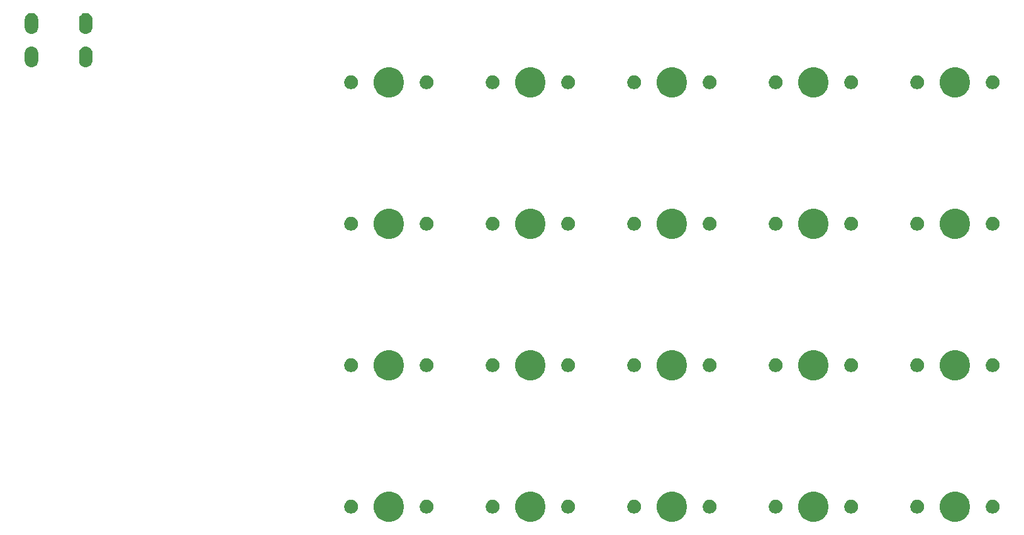
<source format=gts>
G04 #@! TF.GenerationSoftware,KiCad,Pcbnew,(5.1.4)-1*
G04 #@! TF.CreationDate,2023-03-06T13:27:41+02:00*
G04 #@! TF.ProjectId,Keyboard,4b657962-6f61-4726-942e-6b696361645f,rev?*
G04 #@! TF.SameCoordinates,Original*
G04 #@! TF.FileFunction,Soldermask,Top*
G04 #@! TF.FilePolarity,Negative*
%FSLAX46Y46*%
G04 Gerber Fmt 4.6, Leading zero omitted, Abs format (unit mm)*
G04 Created by KiCad (PCBNEW (5.1.4)-1) date 2023-03-06 13:27:41*
%MOMM*%
%LPD*%
G04 APERTURE LIST*
%ADD10C,0.100000*%
G04 APERTURE END LIST*
D10*
G36*
X188715224Y-152021184D02*
G01*
X188933224Y-152111483D01*
X189087373Y-152175333D01*
X189422298Y-152399123D01*
X189707127Y-152683952D01*
X189930917Y-153018877D01*
X189963312Y-153097086D01*
X190085066Y-153391026D01*
X190163650Y-153786094D01*
X190163650Y-154188906D01*
X190085066Y-154583974D01*
X190034201Y-154706772D01*
X189930917Y-154956123D01*
X189707127Y-155291048D01*
X189422298Y-155575877D01*
X189087373Y-155799667D01*
X188933224Y-155863517D01*
X188715224Y-155953816D01*
X188320156Y-156032400D01*
X187917344Y-156032400D01*
X187522276Y-155953816D01*
X187304276Y-155863517D01*
X187150127Y-155799667D01*
X186815202Y-155575877D01*
X186530373Y-155291048D01*
X186306583Y-154956123D01*
X186203299Y-154706772D01*
X186152434Y-154583974D01*
X186073850Y-154188906D01*
X186073850Y-153786094D01*
X186152434Y-153391026D01*
X186274188Y-153097086D01*
X186306583Y-153018877D01*
X186530373Y-152683952D01*
X186815202Y-152399123D01*
X187150127Y-152175333D01*
X187304276Y-152111483D01*
X187522276Y-152021184D01*
X187917344Y-151942600D01*
X188320156Y-151942600D01*
X188715224Y-152021184D01*
X188715224Y-152021184D01*
G37*
G36*
X169665224Y-152021184D02*
G01*
X169883224Y-152111483D01*
X170037373Y-152175333D01*
X170372298Y-152399123D01*
X170657127Y-152683952D01*
X170880917Y-153018877D01*
X170913312Y-153097086D01*
X171035066Y-153391026D01*
X171113650Y-153786094D01*
X171113650Y-154188906D01*
X171035066Y-154583974D01*
X170984201Y-154706772D01*
X170880917Y-154956123D01*
X170657127Y-155291048D01*
X170372298Y-155575877D01*
X170037373Y-155799667D01*
X169883224Y-155863517D01*
X169665224Y-155953816D01*
X169270156Y-156032400D01*
X168867344Y-156032400D01*
X168472276Y-155953816D01*
X168254276Y-155863517D01*
X168100127Y-155799667D01*
X167765202Y-155575877D01*
X167480373Y-155291048D01*
X167256583Y-154956123D01*
X167153299Y-154706772D01*
X167102434Y-154583974D01*
X167023850Y-154188906D01*
X167023850Y-153786094D01*
X167102434Y-153391026D01*
X167224188Y-153097086D01*
X167256583Y-153018877D01*
X167480373Y-152683952D01*
X167765202Y-152399123D01*
X168100127Y-152175333D01*
X168254276Y-152111483D01*
X168472276Y-152021184D01*
X168867344Y-151942600D01*
X169270156Y-151942600D01*
X169665224Y-152021184D01*
X169665224Y-152021184D01*
G37*
G36*
X112515224Y-152021184D02*
G01*
X112733224Y-152111483D01*
X112887373Y-152175333D01*
X113222298Y-152399123D01*
X113507127Y-152683952D01*
X113730917Y-153018877D01*
X113763312Y-153097086D01*
X113885066Y-153391026D01*
X113963650Y-153786094D01*
X113963650Y-154188906D01*
X113885066Y-154583974D01*
X113834201Y-154706772D01*
X113730917Y-154956123D01*
X113507127Y-155291048D01*
X113222298Y-155575877D01*
X112887373Y-155799667D01*
X112733224Y-155863517D01*
X112515224Y-155953816D01*
X112120156Y-156032400D01*
X111717344Y-156032400D01*
X111322276Y-155953816D01*
X111104276Y-155863517D01*
X110950127Y-155799667D01*
X110615202Y-155575877D01*
X110330373Y-155291048D01*
X110106583Y-154956123D01*
X110003299Y-154706772D01*
X109952434Y-154583974D01*
X109873850Y-154188906D01*
X109873850Y-153786094D01*
X109952434Y-153391026D01*
X110074188Y-153097086D01*
X110106583Y-153018877D01*
X110330373Y-152683952D01*
X110615202Y-152399123D01*
X110950127Y-152175333D01*
X111104276Y-152111483D01*
X111322276Y-152021184D01*
X111717344Y-151942600D01*
X112120156Y-151942600D01*
X112515224Y-152021184D01*
X112515224Y-152021184D01*
G37*
G36*
X150615224Y-152021184D02*
G01*
X150833224Y-152111483D01*
X150987373Y-152175333D01*
X151322298Y-152399123D01*
X151607127Y-152683952D01*
X151830917Y-153018877D01*
X151863312Y-153097086D01*
X151985066Y-153391026D01*
X152063650Y-153786094D01*
X152063650Y-154188906D01*
X151985066Y-154583974D01*
X151934201Y-154706772D01*
X151830917Y-154956123D01*
X151607127Y-155291048D01*
X151322298Y-155575877D01*
X150987373Y-155799667D01*
X150833224Y-155863517D01*
X150615224Y-155953816D01*
X150220156Y-156032400D01*
X149817344Y-156032400D01*
X149422276Y-155953816D01*
X149204276Y-155863517D01*
X149050127Y-155799667D01*
X148715202Y-155575877D01*
X148430373Y-155291048D01*
X148206583Y-154956123D01*
X148103299Y-154706772D01*
X148052434Y-154583974D01*
X147973850Y-154188906D01*
X147973850Y-153786094D01*
X148052434Y-153391026D01*
X148174188Y-153097086D01*
X148206583Y-153018877D01*
X148430373Y-152683952D01*
X148715202Y-152399123D01*
X149050127Y-152175333D01*
X149204276Y-152111483D01*
X149422276Y-152021184D01*
X149817344Y-151942600D01*
X150220156Y-151942600D01*
X150615224Y-152021184D01*
X150615224Y-152021184D01*
G37*
G36*
X131565224Y-152021184D02*
G01*
X131783224Y-152111483D01*
X131937373Y-152175333D01*
X132272298Y-152399123D01*
X132557127Y-152683952D01*
X132780917Y-153018877D01*
X132813312Y-153097086D01*
X132935066Y-153391026D01*
X133013650Y-153786094D01*
X133013650Y-154188906D01*
X132935066Y-154583974D01*
X132884201Y-154706772D01*
X132780917Y-154956123D01*
X132557127Y-155291048D01*
X132272298Y-155575877D01*
X131937373Y-155799667D01*
X131783224Y-155863517D01*
X131565224Y-155953816D01*
X131170156Y-156032400D01*
X130767344Y-156032400D01*
X130372276Y-155953816D01*
X130154276Y-155863517D01*
X130000127Y-155799667D01*
X129665202Y-155575877D01*
X129380373Y-155291048D01*
X129156583Y-154956123D01*
X129053299Y-154706772D01*
X129002434Y-154583974D01*
X128923850Y-154188906D01*
X128923850Y-153786094D01*
X129002434Y-153391026D01*
X129124188Y-153097086D01*
X129156583Y-153018877D01*
X129380373Y-152683952D01*
X129665202Y-152399123D01*
X130000127Y-152175333D01*
X130154276Y-152111483D01*
X130372276Y-152021184D01*
X130767344Y-151942600D01*
X131170156Y-151942600D01*
X131565224Y-152021184D01*
X131565224Y-152021184D01*
G37*
G36*
X164258854Y-153097085D02*
G01*
X164427376Y-153166889D01*
X164579041Y-153268228D01*
X164708022Y-153397209D01*
X164809361Y-153548874D01*
X164879165Y-153717396D01*
X164914750Y-153896297D01*
X164914750Y-154078703D01*
X164879165Y-154257604D01*
X164809361Y-154426126D01*
X164708022Y-154577791D01*
X164579041Y-154706772D01*
X164427376Y-154808111D01*
X164258854Y-154877915D01*
X164079953Y-154913500D01*
X163897547Y-154913500D01*
X163718646Y-154877915D01*
X163550124Y-154808111D01*
X163398459Y-154706772D01*
X163269478Y-154577791D01*
X163168139Y-154426126D01*
X163098335Y-154257604D01*
X163062750Y-154078703D01*
X163062750Y-153896297D01*
X163098335Y-153717396D01*
X163168139Y-153548874D01*
X163269478Y-153397209D01*
X163398459Y-153268228D01*
X163550124Y-153166889D01*
X163718646Y-153097085D01*
X163897547Y-153061500D01*
X164079953Y-153061500D01*
X164258854Y-153097085D01*
X164258854Y-153097085D01*
G37*
G36*
X193468854Y-153097085D02*
G01*
X193637376Y-153166889D01*
X193789041Y-153268228D01*
X193918022Y-153397209D01*
X194019361Y-153548874D01*
X194089165Y-153717396D01*
X194124750Y-153896297D01*
X194124750Y-154078703D01*
X194089165Y-154257604D01*
X194019361Y-154426126D01*
X193918022Y-154577791D01*
X193789041Y-154706772D01*
X193637376Y-154808111D01*
X193468854Y-154877915D01*
X193289953Y-154913500D01*
X193107547Y-154913500D01*
X192928646Y-154877915D01*
X192760124Y-154808111D01*
X192608459Y-154706772D01*
X192479478Y-154577791D01*
X192378139Y-154426126D01*
X192308335Y-154257604D01*
X192272750Y-154078703D01*
X192272750Y-153896297D01*
X192308335Y-153717396D01*
X192378139Y-153548874D01*
X192479478Y-153397209D01*
X192608459Y-153268228D01*
X192760124Y-153166889D01*
X192928646Y-153097085D01*
X193107547Y-153061500D01*
X193289953Y-153061500D01*
X193468854Y-153097085D01*
X193468854Y-153097085D01*
G37*
G36*
X183308854Y-153097085D02*
G01*
X183477376Y-153166889D01*
X183629041Y-153268228D01*
X183758022Y-153397209D01*
X183859361Y-153548874D01*
X183929165Y-153717396D01*
X183964750Y-153896297D01*
X183964750Y-154078703D01*
X183929165Y-154257604D01*
X183859361Y-154426126D01*
X183758022Y-154577791D01*
X183629041Y-154706772D01*
X183477376Y-154808111D01*
X183308854Y-154877915D01*
X183129953Y-154913500D01*
X182947547Y-154913500D01*
X182768646Y-154877915D01*
X182600124Y-154808111D01*
X182448459Y-154706772D01*
X182319478Y-154577791D01*
X182218139Y-154426126D01*
X182148335Y-154257604D01*
X182112750Y-154078703D01*
X182112750Y-153896297D01*
X182148335Y-153717396D01*
X182218139Y-153548874D01*
X182319478Y-153397209D01*
X182448459Y-153268228D01*
X182600124Y-153166889D01*
X182768646Y-153097085D01*
X182947547Y-153061500D01*
X183129953Y-153061500D01*
X183308854Y-153097085D01*
X183308854Y-153097085D01*
G37*
G36*
X174418854Y-153097085D02*
G01*
X174587376Y-153166889D01*
X174739041Y-153268228D01*
X174868022Y-153397209D01*
X174969361Y-153548874D01*
X175039165Y-153717396D01*
X175074750Y-153896297D01*
X175074750Y-154078703D01*
X175039165Y-154257604D01*
X174969361Y-154426126D01*
X174868022Y-154577791D01*
X174739041Y-154706772D01*
X174587376Y-154808111D01*
X174418854Y-154877915D01*
X174239953Y-154913500D01*
X174057547Y-154913500D01*
X173878646Y-154877915D01*
X173710124Y-154808111D01*
X173558459Y-154706772D01*
X173429478Y-154577791D01*
X173328139Y-154426126D01*
X173258335Y-154257604D01*
X173222750Y-154078703D01*
X173222750Y-153896297D01*
X173258335Y-153717396D01*
X173328139Y-153548874D01*
X173429478Y-153397209D01*
X173558459Y-153268228D01*
X173710124Y-153166889D01*
X173878646Y-153097085D01*
X174057547Y-153061500D01*
X174239953Y-153061500D01*
X174418854Y-153097085D01*
X174418854Y-153097085D01*
G37*
G36*
X155368854Y-153097085D02*
G01*
X155537376Y-153166889D01*
X155689041Y-153268228D01*
X155818022Y-153397209D01*
X155919361Y-153548874D01*
X155989165Y-153717396D01*
X156024750Y-153896297D01*
X156024750Y-154078703D01*
X155989165Y-154257604D01*
X155919361Y-154426126D01*
X155818022Y-154577791D01*
X155689041Y-154706772D01*
X155537376Y-154808111D01*
X155368854Y-154877915D01*
X155189953Y-154913500D01*
X155007547Y-154913500D01*
X154828646Y-154877915D01*
X154660124Y-154808111D01*
X154508459Y-154706772D01*
X154379478Y-154577791D01*
X154278139Y-154426126D01*
X154208335Y-154257604D01*
X154172750Y-154078703D01*
X154172750Y-153896297D01*
X154208335Y-153717396D01*
X154278139Y-153548874D01*
X154379478Y-153397209D01*
X154508459Y-153268228D01*
X154660124Y-153166889D01*
X154828646Y-153097085D01*
X155007547Y-153061500D01*
X155189953Y-153061500D01*
X155368854Y-153097085D01*
X155368854Y-153097085D01*
G37*
G36*
X145208854Y-153097085D02*
G01*
X145377376Y-153166889D01*
X145529041Y-153268228D01*
X145658022Y-153397209D01*
X145759361Y-153548874D01*
X145829165Y-153717396D01*
X145864750Y-153896297D01*
X145864750Y-154078703D01*
X145829165Y-154257604D01*
X145759361Y-154426126D01*
X145658022Y-154577791D01*
X145529041Y-154706772D01*
X145377376Y-154808111D01*
X145208854Y-154877915D01*
X145029953Y-154913500D01*
X144847547Y-154913500D01*
X144668646Y-154877915D01*
X144500124Y-154808111D01*
X144348459Y-154706772D01*
X144219478Y-154577791D01*
X144118139Y-154426126D01*
X144048335Y-154257604D01*
X144012750Y-154078703D01*
X144012750Y-153896297D01*
X144048335Y-153717396D01*
X144118139Y-153548874D01*
X144219478Y-153397209D01*
X144348459Y-153268228D01*
X144500124Y-153166889D01*
X144668646Y-153097085D01*
X144847547Y-153061500D01*
X145029953Y-153061500D01*
X145208854Y-153097085D01*
X145208854Y-153097085D01*
G37*
G36*
X136318854Y-153097085D02*
G01*
X136487376Y-153166889D01*
X136639041Y-153268228D01*
X136768022Y-153397209D01*
X136869361Y-153548874D01*
X136939165Y-153717396D01*
X136974750Y-153896297D01*
X136974750Y-154078703D01*
X136939165Y-154257604D01*
X136869361Y-154426126D01*
X136768022Y-154577791D01*
X136639041Y-154706772D01*
X136487376Y-154808111D01*
X136318854Y-154877915D01*
X136139953Y-154913500D01*
X135957547Y-154913500D01*
X135778646Y-154877915D01*
X135610124Y-154808111D01*
X135458459Y-154706772D01*
X135329478Y-154577791D01*
X135228139Y-154426126D01*
X135158335Y-154257604D01*
X135122750Y-154078703D01*
X135122750Y-153896297D01*
X135158335Y-153717396D01*
X135228139Y-153548874D01*
X135329478Y-153397209D01*
X135458459Y-153268228D01*
X135610124Y-153166889D01*
X135778646Y-153097085D01*
X135957547Y-153061500D01*
X136139953Y-153061500D01*
X136318854Y-153097085D01*
X136318854Y-153097085D01*
G37*
G36*
X126158854Y-153097085D02*
G01*
X126327376Y-153166889D01*
X126479041Y-153268228D01*
X126608022Y-153397209D01*
X126709361Y-153548874D01*
X126779165Y-153717396D01*
X126814750Y-153896297D01*
X126814750Y-154078703D01*
X126779165Y-154257604D01*
X126709361Y-154426126D01*
X126608022Y-154577791D01*
X126479041Y-154706772D01*
X126327376Y-154808111D01*
X126158854Y-154877915D01*
X125979953Y-154913500D01*
X125797547Y-154913500D01*
X125618646Y-154877915D01*
X125450124Y-154808111D01*
X125298459Y-154706772D01*
X125169478Y-154577791D01*
X125068139Y-154426126D01*
X124998335Y-154257604D01*
X124962750Y-154078703D01*
X124962750Y-153896297D01*
X124998335Y-153717396D01*
X125068139Y-153548874D01*
X125169478Y-153397209D01*
X125298459Y-153268228D01*
X125450124Y-153166889D01*
X125618646Y-153097085D01*
X125797547Y-153061500D01*
X125979953Y-153061500D01*
X126158854Y-153097085D01*
X126158854Y-153097085D01*
G37*
G36*
X117268854Y-153097085D02*
G01*
X117437376Y-153166889D01*
X117589041Y-153268228D01*
X117718022Y-153397209D01*
X117819361Y-153548874D01*
X117889165Y-153717396D01*
X117924750Y-153896297D01*
X117924750Y-154078703D01*
X117889165Y-154257604D01*
X117819361Y-154426126D01*
X117718022Y-154577791D01*
X117589041Y-154706772D01*
X117437376Y-154808111D01*
X117268854Y-154877915D01*
X117089953Y-154913500D01*
X116907547Y-154913500D01*
X116728646Y-154877915D01*
X116560124Y-154808111D01*
X116408459Y-154706772D01*
X116279478Y-154577791D01*
X116178139Y-154426126D01*
X116108335Y-154257604D01*
X116072750Y-154078703D01*
X116072750Y-153896297D01*
X116108335Y-153717396D01*
X116178139Y-153548874D01*
X116279478Y-153397209D01*
X116408459Y-153268228D01*
X116560124Y-153166889D01*
X116728646Y-153097085D01*
X116907547Y-153061500D01*
X117089953Y-153061500D01*
X117268854Y-153097085D01*
X117268854Y-153097085D01*
G37*
G36*
X107108854Y-153097085D02*
G01*
X107277376Y-153166889D01*
X107429041Y-153268228D01*
X107558022Y-153397209D01*
X107659361Y-153548874D01*
X107729165Y-153717396D01*
X107764750Y-153896297D01*
X107764750Y-154078703D01*
X107729165Y-154257604D01*
X107659361Y-154426126D01*
X107558022Y-154577791D01*
X107429041Y-154706772D01*
X107277376Y-154808111D01*
X107108854Y-154877915D01*
X106929953Y-154913500D01*
X106747547Y-154913500D01*
X106568646Y-154877915D01*
X106400124Y-154808111D01*
X106248459Y-154706772D01*
X106119478Y-154577791D01*
X106018139Y-154426126D01*
X105948335Y-154257604D01*
X105912750Y-154078703D01*
X105912750Y-153896297D01*
X105948335Y-153717396D01*
X106018139Y-153548874D01*
X106119478Y-153397209D01*
X106248459Y-153268228D01*
X106400124Y-153166889D01*
X106568646Y-153097085D01*
X106747547Y-153061500D01*
X106929953Y-153061500D01*
X107108854Y-153097085D01*
X107108854Y-153097085D01*
G37*
G36*
X112515224Y-132971184D02*
G01*
X112733224Y-133061483D01*
X112887373Y-133125333D01*
X113222298Y-133349123D01*
X113507127Y-133633952D01*
X113730917Y-133968877D01*
X113763312Y-134047086D01*
X113885066Y-134341026D01*
X113963650Y-134736094D01*
X113963650Y-135138906D01*
X113885066Y-135533974D01*
X113834201Y-135656772D01*
X113730917Y-135906123D01*
X113507127Y-136241048D01*
X113222298Y-136525877D01*
X112887373Y-136749667D01*
X112733224Y-136813517D01*
X112515224Y-136903816D01*
X112120156Y-136982400D01*
X111717344Y-136982400D01*
X111322276Y-136903816D01*
X111104276Y-136813517D01*
X110950127Y-136749667D01*
X110615202Y-136525877D01*
X110330373Y-136241048D01*
X110106583Y-135906123D01*
X110003299Y-135656772D01*
X109952434Y-135533974D01*
X109873850Y-135138906D01*
X109873850Y-134736094D01*
X109952434Y-134341026D01*
X110074188Y-134047086D01*
X110106583Y-133968877D01*
X110330373Y-133633952D01*
X110615202Y-133349123D01*
X110950127Y-133125333D01*
X111104276Y-133061483D01*
X111322276Y-132971184D01*
X111717344Y-132892600D01*
X112120156Y-132892600D01*
X112515224Y-132971184D01*
X112515224Y-132971184D01*
G37*
G36*
X131565224Y-132971184D02*
G01*
X131783224Y-133061483D01*
X131937373Y-133125333D01*
X132272298Y-133349123D01*
X132557127Y-133633952D01*
X132780917Y-133968877D01*
X132813312Y-134047086D01*
X132935066Y-134341026D01*
X133013650Y-134736094D01*
X133013650Y-135138906D01*
X132935066Y-135533974D01*
X132884201Y-135656772D01*
X132780917Y-135906123D01*
X132557127Y-136241048D01*
X132272298Y-136525877D01*
X131937373Y-136749667D01*
X131783224Y-136813517D01*
X131565224Y-136903816D01*
X131170156Y-136982400D01*
X130767344Y-136982400D01*
X130372276Y-136903816D01*
X130154276Y-136813517D01*
X130000127Y-136749667D01*
X129665202Y-136525877D01*
X129380373Y-136241048D01*
X129156583Y-135906123D01*
X129053299Y-135656772D01*
X129002434Y-135533974D01*
X128923850Y-135138906D01*
X128923850Y-134736094D01*
X129002434Y-134341026D01*
X129124188Y-134047086D01*
X129156583Y-133968877D01*
X129380373Y-133633952D01*
X129665202Y-133349123D01*
X130000127Y-133125333D01*
X130154276Y-133061483D01*
X130372276Y-132971184D01*
X130767344Y-132892600D01*
X131170156Y-132892600D01*
X131565224Y-132971184D01*
X131565224Y-132971184D01*
G37*
G36*
X150615224Y-132971184D02*
G01*
X150833224Y-133061483D01*
X150987373Y-133125333D01*
X151322298Y-133349123D01*
X151607127Y-133633952D01*
X151830917Y-133968877D01*
X151863312Y-134047086D01*
X151985066Y-134341026D01*
X152063650Y-134736094D01*
X152063650Y-135138906D01*
X151985066Y-135533974D01*
X151934201Y-135656772D01*
X151830917Y-135906123D01*
X151607127Y-136241048D01*
X151322298Y-136525877D01*
X150987373Y-136749667D01*
X150833224Y-136813517D01*
X150615224Y-136903816D01*
X150220156Y-136982400D01*
X149817344Y-136982400D01*
X149422276Y-136903816D01*
X149204276Y-136813517D01*
X149050127Y-136749667D01*
X148715202Y-136525877D01*
X148430373Y-136241048D01*
X148206583Y-135906123D01*
X148103299Y-135656772D01*
X148052434Y-135533974D01*
X147973850Y-135138906D01*
X147973850Y-134736094D01*
X148052434Y-134341026D01*
X148174188Y-134047086D01*
X148206583Y-133968877D01*
X148430373Y-133633952D01*
X148715202Y-133349123D01*
X149050127Y-133125333D01*
X149204276Y-133061483D01*
X149422276Y-132971184D01*
X149817344Y-132892600D01*
X150220156Y-132892600D01*
X150615224Y-132971184D01*
X150615224Y-132971184D01*
G37*
G36*
X169665224Y-132971184D02*
G01*
X169883224Y-133061483D01*
X170037373Y-133125333D01*
X170372298Y-133349123D01*
X170657127Y-133633952D01*
X170880917Y-133968877D01*
X170913312Y-134047086D01*
X171035066Y-134341026D01*
X171113650Y-134736094D01*
X171113650Y-135138906D01*
X171035066Y-135533974D01*
X170984201Y-135656772D01*
X170880917Y-135906123D01*
X170657127Y-136241048D01*
X170372298Y-136525877D01*
X170037373Y-136749667D01*
X169883224Y-136813517D01*
X169665224Y-136903816D01*
X169270156Y-136982400D01*
X168867344Y-136982400D01*
X168472276Y-136903816D01*
X168254276Y-136813517D01*
X168100127Y-136749667D01*
X167765202Y-136525877D01*
X167480373Y-136241048D01*
X167256583Y-135906123D01*
X167153299Y-135656772D01*
X167102434Y-135533974D01*
X167023850Y-135138906D01*
X167023850Y-134736094D01*
X167102434Y-134341026D01*
X167224188Y-134047086D01*
X167256583Y-133968877D01*
X167480373Y-133633952D01*
X167765202Y-133349123D01*
X168100127Y-133125333D01*
X168254276Y-133061483D01*
X168472276Y-132971184D01*
X168867344Y-132892600D01*
X169270156Y-132892600D01*
X169665224Y-132971184D01*
X169665224Y-132971184D01*
G37*
G36*
X188715224Y-132971184D02*
G01*
X188933224Y-133061483D01*
X189087373Y-133125333D01*
X189422298Y-133349123D01*
X189707127Y-133633952D01*
X189930917Y-133968877D01*
X189963312Y-134047086D01*
X190085066Y-134341026D01*
X190163650Y-134736094D01*
X190163650Y-135138906D01*
X190085066Y-135533974D01*
X190034201Y-135656772D01*
X189930917Y-135906123D01*
X189707127Y-136241048D01*
X189422298Y-136525877D01*
X189087373Y-136749667D01*
X188933224Y-136813517D01*
X188715224Y-136903816D01*
X188320156Y-136982400D01*
X187917344Y-136982400D01*
X187522276Y-136903816D01*
X187304276Y-136813517D01*
X187150127Y-136749667D01*
X186815202Y-136525877D01*
X186530373Y-136241048D01*
X186306583Y-135906123D01*
X186203299Y-135656772D01*
X186152434Y-135533974D01*
X186073850Y-135138906D01*
X186073850Y-134736094D01*
X186152434Y-134341026D01*
X186274188Y-134047086D01*
X186306583Y-133968877D01*
X186530373Y-133633952D01*
X186815202Y-133349123D01*
X187150127Y-133125333D01*
X187304276Y-133061483D01*
X187522276Y-132971184D01*
X187917344Y-132892600D01*
X188320156Y-132892600D01*
X188715224Y-132971184D01*
X188715224Y-132971184D01*
G37*
G36*
X117268854Y-134047085D02*
G01*
X117437376Y-134116889D01*
X117589041Y-134218228D01*
X117718022Y-134347209D01*
X117819361Y-134498874D01*
X117889165Y-134667396D01*
X117924750Y-134846297D01*
X117924750Y-135028703D01*
X117889165Y-135207604D01*
X117819361Y-135376126D01*
X117718022Y-135527791D01*
X117589041Y-135656772D01*
X117437376Y-135758111D01*
X117268854Y-135827915D01*
X117089953Y-135863500D01*
X116907547Y-135863500D01*
X116728646Y-135827915D01*
X116560124Y-135758111D01*
X116408459Y-135656772D01*
X116279478Y-135527791D01*
X116178139Y-135376126D01*
X116108335Y-135207604D01*
X116072750Y-135028703D01*
X116072750Y-134846297D01*
X116108335Y-134667396D01*
X116178139Y-134498874D01*
X116279478Y-134347209D01*
X116408459Y-134218228D01*
X116560124Y-134116889D01*
X116728646Y-134047085D01*
X116907547Y-134011500D01*
X117089953Y-134011500D01*
X117268854Y-134047085D01*
X117268854Y-134047085D01*
G37*
G36*
X107108854Y-134047085D02*
G01*
X107277376Y-134116889D01*
X107429041Y-134218228D01*
X107558022Y-134347209D01*
X107659361Y-134498874D01*
X107729165Y-134667396D01*
X107764750Y-134846297D01*
X107764750Y-135028703D01*
X107729165Y-135207604D01*
X107659361Y-135376126D01*
X107558022Y-135527791D01*
X107429041Y-135656772D01*
X107277376Y-135758111D01*
X107108854Y-135827915D01*
X106929953Y-135863500D01*
X106747547Y-135863500D01*
X106568646Y-135827915D01*
X106400124Y-135758111D01*
X106248459Y-135656772D01*
X106119478Y-135527791D01*
X106018139Y-135376126D01*
X105948335Y-135207604D01*
X105912750Y-135028703D01*
X105912750Y-134846297D01*
X105948335Y-134667396D01*
X106018139Y-134498874D01*
X106119478Y-134347209D01*
X106248459Y-134218228D01*
X106400124Y-134116889D01*
X106568646Y-134047085D01*
X106747547Y-134011500D01*
X106929953Y-134011500D01*
X107108854Y-134047085D01*
X107108854Y-134047085D01*
G37*
G36*
X126158854Y-134047085D02*
G01*
X126327376Y-134116889D01*
X126479041Y-134218228D01*
X126608022Y-134347209D01*
X126709361Y-134498874D01*
X126779165Y-134667396D01*
X126814750Y-134846297D01*
X126814750Y-135028703D01*
X126779165Y-135207604D01*
X126709361Y-135376126D01*
X126608022Y-135527791D01*
X126479041Y-135656772D01*
X126327376Y-135758111D01*
X126158854Y-135827915D01*
X125979953Y-135863500D01*
X125797547Y-135863500D01*
X125618646Y-135827915D01*
X125450124Y-135758111D01*
X125298459Y-135656772D01*
X125169478Y-135527791D01*
X125068139Y-135376126D01*
X124998335Y-135207604D01*
X124962750Y-135028703D01*
X124962750Y-134846297D01*
X124998335Y-134667396D01*
X125068139Y-134498874D01*
X125169478Y-134347209D01*
X125298459Y-134218228D01*
X125450124Y-134116889D01*
X125618646Y-134047085D01*
X125797547Y-134011500D01*
X125979953Y-134011500D01*
X126158854Y-134047085D01*
X126158854Y-134047085D01*
G37*
G36*
X136318854Y-134047085D02*
G01*
X136487376Y-134116889D01*
X136639041Y-134218228D01*
X136768022Y-134347209D01*
X136869361Y-134498874D01*
X136939165Y-134667396D01*
X136974750Y-134846297D01*
X136974750Y-135028703D01*
X136939165Y-135207604D01*
X136869361Y-135376126D01*
X136768022Y-135527791D01*
X136639041Y-135656772D01*
X136487376Y-135758111D01*
X136318854Y-135827915D01*
X136139953Y-135863500D01*
X135957547Y-135863500D01*
X135778646Y-135827915D01*
X135610124Y-135758111D01*
X135458459Y-135656772D01*
X135329478Y-135527791D01*
X135228139Y-135376126D01*
X135158335Y-135207604D01*
X135122750Y-135028703D01*
X135122750Y-134846297D01*
X135158335Y-134667396D01*
X135228139Y-134498874D01*
X135329478Y-134347209D01*
X135458459Y-134218228D01*
X135610124Y-134116889D01*
X135778646Y-134047085D01*
X135957547Y-134011500D01*
X136139953Y-134011500D01*
X136318854Y-134047085D01*
X136318854Y-134047085D01*
G37*
G36*
X145208854Y-134047085D02*
G01*
X145377376Y-134116889D01*
X145529041Y-134218228D01*
X145658022Y-134347209D01*
X145759361Y-134498874D01*
X145829165Y-134667396D01*
X145864750Y-134846297D01*
X145864750Y-135028703D01*
X145829165Y-135207604D01*
X145759361Y-135376126D01*
X145658022Y-135527791D01*
X145529041Y-135656772D01*
X145377376Y-135758111D01*
X145208854Y-135827915D01*
X145029953Y-135863500D01*
X144847547Y-135863500D01*
X144668646Y-135827915D01*
X144500124Y-135758111D01*
X144348459Y-135656772D01*
X144219478Y-135527791D01*
X144118139Y-135376126D01*
X144048335Y-135207604D01*
X144012750Y-135028703D01*
X144012750Y-134846297D01*
X144048335Y-134667396D01*
X144118139Y-134498874D01*
X144219478Y-134347209D01*
X144348459Y-134218228D01*
X144500124Y-134116889D01*
X144668646Y-134047085D01*
X144847547Y-134011500D01*
X145029953Y-134011500D01*
X145208854Y-134047085D01*
X145208854Y-134047085D01*
G37*
G36*
X155368854Y-134047085D02*
G01*
X155537376Y-134116889D01*
X155689041Y-134218228D01*
X155818022Y-134347209D01*
X155919361Y-134498874D01*
X155989165Y-134667396D01*
X156024750Y-134846297D01*
X156024750Y-135028703D01*
X155989165Y-135207604D01*
X155919361Y-135376126D01*
X155818022Y-135527791D01*
X155689041Y-135656772D01*
X155537376Y-135758111D01*
X155368854Y-135827915D01*
X155189953Y-135863500D01*
X155007547Y-135863500D01*
X154828646Y-135827915D01*
X154660124Y-135758111D01*
X154508459Y-135656772D01*
X154379478Y-135527791D01*
X154278139Y-135376126D01*
X154208335Y-135207604D01*
X154172750Y-135028703D01*
X154172750Y-134846297D01*
X154208335Y-134667396D01*
X154278139Y-134498874D01*
X154379478Y-134347209D01*
X154508459Y-134218228D01*
X154660124Y-134116889D01*
X154828646Y-134047085D01*
X155007547Y-134011500D01*
X155189953Y-134011500D01*
X155368854Y-134047085D01*
X155368854Y-134047085D01*
G37*
G36*
X164258854Y-134047085D02*
G01*
X164427376Y-134116889D01*
X164579041Y-134218228D01*
X164708022Y-134347209D01*
X164809361Y-134498874D01*
X164879165Y-134667396D01*
X164914750Y-134846297D01*
X164914750Y-135028703D01*
X164879165Y-135207604D01*
X164809361Y-135376126D01*
X164708022Y-135527791D01*
X164579041Y-135656772D01*
X164427376Y-135758111D01*
X164258854Y-135827915D01*
X164079953Y-135863500D01*
X163897547Y-135863500D01*
X163718646Y-135827915D01*
X163550124Y-135758111D01*
X163398459Y-135656772D01*
X163269478Y-135527791D01*
X163168139Y-135376126D01*
X163098335Y-135207604D01*
X163062750Y-135028703D01*
X163062750Y-134846297D01*
X163098335Y-134667396D01*
X163168139Y-134498874D01*
X163269478Y-134347209D01*
X163398459Y-134218228D01*
X163550124Y-134116889D01*
X163718646Y-134047085D01*
X163897547Y-134011500D01*
X164079953Y-134011500D01*
X164258854Y-134047085D01*
X164258854Y-134047085D01*
G37*
G36*
X174418854Y-134047085D02*
G01*
X174587376Y-134116889D01*
X174739041Y-134218228D01*
X174868022Y-134347209D01*
X174969361Y-134498874D01*
X175039165Y-134667396D01*
X175074750Y-134846297D01*
X175074750Y-135028703D01*
X175039165Y-135207604D01*
X174969361Y-135376126D01*
X174868022Y-135527791D01*
X174739041Y-135656772D01*
X174587376Y-135758111D01*
X174418854Y-135827915D01*
X174239953Y-135863500D01*
X174057547Y-135863500D01*
X173878646Y-135827915D01*
X173710124Y-135758111D01*
X173558459Y-135656772D01*
X173429478Y-135527791D01*
X173328139Y-135376126D01*
X173258335Y-135207604D01*
X173222750Y-135028703D01*
X173222750Y-134846297D01*
X173258335Y-134667396D01*
X173328139Y-134498874D01*
X173429478Y-134347209D01*
X173558459Y-134218228D01*
X173710124Y-134116889D01*
X173878646Y-134047085D01*
X174057547Y-134011500D01*
X174239953Y-134011500D01*
X174418854Y-134047085D01*
X174418854Y-134047085D01*
G37*
G36*
X183308854Y-134047085D02*
G01*
X183477376Y-134116889D01*
X183629041Y-134218228D01*
X183758022Y-134347209D01*
X183859361Y-134498874D01*
X183929165Y-134667396D01*
X183964750Y-134846297D01*
X183964750Y-135028703D01*
X183929165Y-135207604D01*
X183859361Y-135376126D01*
X183758022Y-135527791D01*
X183629041Y-135656772D01*
X183477376Y-135758111D01*
X183308854Y-135827915D01*
X183129953Y-135863500D01*
X182947547Y-135863500D01*
X182768646Y-135827915D01*
X182600124Y-135758111D01*
X182448459Y-135656772D01*
X182319478Y-135527791D01*
X182218139Y-135376126D01*
X182148335Y-135207604D01*
X182112750Y-135028703D01*
X182112750Y-134846297D01*
X182148335Y-134667396D01*
X182218139Y-134498874D01*
X182319478Y-134347209D01*
X182448459Y-134218228D01*
X182600124Y-134116889D01*
X182768646Y-134047085D01*
X182947547Y-134011500D01*
X183129953Y-134011500D01*
X183308854Y-134047085D01*
X183308854Y-134047085D01*
G37*
G36*
X193468854Y-134047085D02*
G01*
X193637376Y-134116889D01*
X193789041Y-134218228D01*
X193918022Y-134347209D01*
X194019361Y-134498874D01*
X194089165Y-134667396D01*
X194124750Y-134846297D01*
X194124750Y-135028703D01*
X194089165Y-135207604D01*
X194019361Y-135376126D01*
X193918022Y-135527791D01*
X193789041Y-135656772D01*
X193637376Y-135758111D01*
X193468854Y-135827915D01*
X193289953Y-135863500D01*
X193107547Y-135863500D01*
X192928646Y-135827915D01*
X192760124Y-135758111D01*
X192608459Y-135656772D01*
X192479478Y-135527791D01*
X192378139Y-135376126D01*
X192308335Y-135207604D01*
X192272750Y-135028703D01*
X192272750Y-134846297D01*
X192308335Y-134667396D01*
X192378139Y-134498874D01*
X192479478Y-134347209D01*
X192608459Y-134218228D01*
X192760124Y-134116889D01*
X192928646Y-134047085D01*
X193107547Y-134011500D01*
X193289953Y-134011500D01*
X193468854Y-134047085D01*
X193468854Y-134047085D01*
G37*
G36*
X112515224Y-113921184D02*
G01*
X112733224Y-114011483D01*
X112887373Y-114075333D01*
X113222298Y-114299123D01*
X113507127Y-114583952D01*
X113730917Y-114918877D01*
X113763312Y-114997086D01*
X113885066Y-115291026D01*
X113963650Y-115686094D01*
X113963650Y-116088906D01*
X113885066Y-116483974D01*
X113834201Y-116606772D01*
X113730917Y-116856123D01*
X113507127Y-117191048D01*
X113222298Y-117475877D01*
X112887373Y-117699667D01*
X112733224Y-117763517D01*
X112515224Y-117853816D01*
X112120156Y-117932400D01*
X111717344Y-117932400D01*
X111322276Y-117853816D01*
X111104276Y-117763517D01*
X110950127Y-117699667D01*
X110615202Y-117475877D01*
X110330373Y-117191048D01*
X110106583Y-116856123D01*
X110003299Y-116606772D01*
X109952434Y-116483974D01*
X109873850Y-116088906D01*
X109873850Y-115686094D01*
X109952434Y-115291026D01*
X110074188Y-114997086D01*
X110106583Y-114918877D01*
X110330373Y-114583952D01*
X110615202Y-114299123D01*
X110950127Y-114075333D01*
X111104276Y-114011483D01*
X111322276Y-113921184D01*
X111717344Y-113842600D01*
X112120156Y-113842600D01*
X112515224Y-113921184D01*
X112515224Y-113921184D01*
G37*
G36*
X188715224Y-113921184D02*
G01*
X188933224Y-114011483D01*
X189087373Y-114075333D01*
X189422298Y-114299123D01*
X189707127Y-114583952D01*
X189930917Y-114918877D01*
X189963312Y-114997086D01*
X190085066Y-115291026D01*
X190163650Y-115686094D01*
X190163650Y-116088906D01*
X190085066Y-116483974D01*
X190034201Y-116606772D01*
X189930917Y-116856123D01*
X189707127Y-117191048D01*
X189422298Y-117475877D01*
X189087373Y-117699667D01*
X188933224Y-117763517D01*
X188715224Y-117853816D01*
X188320156Y-117932400D01*
X187917344Y-117932400D01*
X187522276Y-117853816D01*
X187304276Y-117763517D01*
X187150127Y-117699667D01*
X186815202Y-117475877D01*
X186530373Y-117191048D01*
X186306583Y-116856123D01*
X186203299Y-116606772D01*
X186152434Y-116483974D01*
X186073850Y-116088906D01*
X186073850Y-115686094D01*
X186152434Y-115291026D01*
X186274188Y-114997086D01*
X186306583Y-114918877D01*
X186530373Y-114583952D01*
X186815202Y-114299123D01*
X187150127Y-114075333D01*
X187304276Y-114011483D01*
X187522276Y-113921184D01*
X187917344Y-113842600D01*
X188320156Y-113842600D01*
X188715224Y-113921184D01*
X188715224Y-113921184D01*
G37*
G36*
X131565224Y-113921184D02*
G01*
X131783224Y-114011483D01*
X131937373Y-114075333D01*
X132272298Y-114299123D01*
X132557127Y-114583952D01*
X132780917Y-114918877D01*
X132813312Y-114997086D01*
X132935066Y-115291026D01*
X133013650Y-115686094D01*
X133013650Y-116088906D01*
X132935066Y-116483974D01*
X132884201Y-116606772D01*
X132780917Y-116856123D01*
X132557127Y-117191048D01*
X132272298Y-117475877D01*
X131937373Y-117699667D01*
X131783224Y-117763517D01*
X131565224Y-117853816D01*
X131170156Y-117932400D01*
X130767344Y-117932400D01*
X130372276Y-117853816D01*
X130154276Y-117763517D01*
X130000127Y-117699667D01*
X129665202Y-117475877D01*
X129380373Y-117191048D01*
X129156583Y-116856123D01*
X129053299Y-116606772D01*
X129002434Y-116483974D01*
X128923850Y-116088906D01*
X128923850Y-115686094D01*
X129002434Y-115291026D01*
X129124188Y-114997086D01*
X129156583Y-114918877D01*
X129380373Y-114583952D01*
X129665202Y-114299123D01*
X130000127Y-114075333D01*
X130154276Y-114011483D01*
X130372276Y-113921184D01*
X130767344Y-113842600D01*
X131170156Y-113842600D01*
X131565224Y-113921184D01*
X131565224Y-113921184D01*
G37*
G36*
X150615224Y-113921184D02*
G01*
X150833224Y-114011483D01*
X150987373Y-114075333D01*
X151322298Y-114299123D01*
X151607127Y-114583952D01*
X151830917Y-114918877D01*
X151863312Y-114997086D01*
X151985066Y-115291026D01*
X152063650Y-115686094D01*
X152063650Y-116088906D01*
X151985066Y-116483974D01*
X151934201Y-116606772D01*
X151830917Y-116856123D01*
X151607127Y-117191048D01*
X151322298Y-117475877D01*
X150987373Y-117699667D01*
X150833224Y-117763517D01*
X150615224Y-117853816D01*
X150220156Y-117932400D01*
X149817344Y-117932400D01*
X149422276Y-117853816D01*
X149204276Y-117763517D01*
X149050127Y-117699667D01*
X148715202Y-117475877D01*
X148430373Y-117191048D01*
X148206583Y-116856123D01*
X148103299Y-116606772D01*
X148052434Y-116483974D01*
X147973850Y-116088906D01*
X147973850Y-115686094D01*
X148052434Y-115291026D01*
X148174188Y-114997086D01*
X148206583Y-114918877D01*
X148430373Y-114583952D01*
X148715202Y-114299123D01*
X149050127Y-114075333D01*
X149204276Y-114011483D01*
X149422276Y-113921184D01*
X149817344Y-113842600D01*
X150220156Y-113842600D01*
X150615224Y-113921184D01*
X150615224Y-113921184D01*
G37*
G36*
X169665224Y-113921184D02*
G01*
X169883224Y-114011483D01*
X170037373Y-114075333D01*
X170372298Y-114299123D01*
X170657127Y-114583952D01*
X170880917Y-114918877D01*
X170913312Y-114997086D01*
X171035066Y-115291026D01*
X171113650Y-115686094D01*
X171113650Y-116088906D01*
X171035066Y-116483974D01*
X170984201Y-116606772D01*
X170880917Y-116856123D01*
X170657127Y-117191048D01*
X170372298Y-117475877D01*
X170037373Y-117699667D01*
X169883224Y-117763517D01*
X169665224Y-117853816D01*
X169270156Y-117932400D01*
X168867344Y-117932400D01*
X168472276Y-117853816D01*
X168254276Y-117763517D01*
X168100127Y-117699667D01*
X167765202Y-117475877D01*
X167480373Y-117191048D01*
X167256583Y-116856123D01*
X167153299Y-116606772D01*
X167102434Y-116483974D01*
X167023850Y-116088906D01*
X167023850Y-115686094D01*
X167102434Y-115291026D01*
X167224188Y-114997086D01*
X167256583Y-114918877D01*
X167480373Y-114583952D01*
X167765202Y-114299123D01*
X168100127Y-114075333D01*
X168254276Y-114011483D01*
X168472276Y-113921184D01*
X168867344Y-113842600D01*
X169270156Y-113842600D01*
X169665224Y-113921184D01*
X169665224Y-113921184D01*
G37*
G36*
X183308854Y-114997085D02*
G01*
X183477376Y-115066889D01*
X183629041Y-115168228D01*
X183758022Y-115297209D01*
X183859361Y-115448874D01*
X183929165Y-115617396D01*
X183964750Y-115796297D01*
X183964750Y-115978703D01*
X183929165Y-116157604D01*
X183859361Y-116326126D01*
X183758022Y-116477791D01*
X183629041Y-116606772D01*
X183477376Y-116708111D01*
X183308854Y-116777915D01*
X183129953Y-116813500D01*
X182947547Y-116813500D01*
X182768646Y-116777915D01*
X182600124Y-116708111D01*
X182448459Y-116606772D01*
X182319478Y-116477791D01*
X182218139Y-116326126D01*
X182148335Y-116157604D01*
X182112750Y-115978703D01*
X182112750Y-115796297D01*
X182148335Y-115617396D01*
X182218139Y-115448874D01*
X182319478Y-115297209D01*
X182448459Y-115168228D01*
X182600124Y-115066889D01*
X182768646Y-114997085D01*
X182947547Y-114961500D01*
X183129953Y-114961500D01*
X183308854Y-114997085D01*
X183308854Y-114997085D01*
G37*
G36*
X193468854Y-114997085D02*
G01*
X193637376Y-115066889D01*
X193789041Y-115168228D01*
X193918022Y-115297209D01*
X194019361Y-115448874D01*
X194089165Y-115617396D01*
X194124750Y-115796297D01*
X194124750Y-115978703D01*
X194089165Y-116157604D01*
X194019361Y-116326126D01*
X193918022Y-116477791D01*
X193789041Y-116606772D01*
X193637376Y-116708111D01*
X193468854Y-116777915D01*
X193289953Y-116813500D01*
X193107547Y-116813500D01*
X192928646Y-116777915D01*
X192760124Y-116708111D01*
X192608459Y-116606772D01*
X192479478Y-116477791D01*
X192378139Y-116326126D01*
X192308335Y-116157604D01*
X192272750Y-115978703D01*
X192272750Y-115796297D01*
X192308335Y-115617396D01*
X192378139Y-115448874D01*
X192479478Y-115297209D01*
X192608459Y-115168228D01*
X192760124Y-115066889D01*
X192928646Y-114997085D01*
X193107547Y-114961500D01*
X193289953Y-114961500D01*
X193468854Y-114997085D01*
X193468854Y-114997085D01*
G37*
G36*
X155368854Y-114997085D02*
G01*
X155537376Y-115066889D01*
X155689041Y-115168228D01*
X155818022Y-115297209D01*
X155919361Y-115448874D01*
X155989165Y-115617396D01*
X156024750Y-115796297D01*
X156024750Y-115978703D01*
X155989165Y-116157604D01*
X155919361Y-116326126D01*
X155818022Y-116477791D01*
X155689041Y-116606772D01*
X155537376Y-116708111D01*
X155368854Y-116777915D01*
X155189953Y-116813500D01*
X155007547Y-116813500D01*
X154828646Y-116777915D01*
X154660124Y-116708111D01*
X154508459Y-116606772D01*
X154379478Y-116477791D01*
X154278139Y-116326126D01*
X154208335Y-116157604D01*
X154172750Y-115978703D01*
X154172750Y-115796297D01*
X154208335Y-115617396D01*
X154278139Y-115448874D01*
X154379478Y-115297209D01*
X154508459Y-115168228D01*
X154660124Y-115066889D01*
X154828646Y-114997085D01*
X155007547Y-114961500D01*
X155189953Y-114961500D01*
X155368854Y-114997085D01*
X155368854Y-114997085D01*
G37*
G36*
X145208854Y-114997085D02*
G01*
X145377376Y-115066889D01*
X145529041Y-115168228D01*
X145658022Y-115297209D01*
X145759361Y-115448874D01*
X145829165Y-115617396D01*
X145864750Y-115796297D01*
X145864750Y-115978703D01*
X145829165Y-116157604D01*
X145759361Y-116326126D01*
X145658022Y-116477791D01*
X145529041Y-116606772D01*
X145377376Y-116708111D01*
X145208854Y-116777915D01*
X145029953Y-116813500D01*
X144847547Y-116813500D01*
X144668646Y-116777915D01*
X144500124Y-116708111D01*
X144348459Y-116606772D01*
X144219478Y-116477791D01*
X144118139Y-116326126D01*
X144048335Y-116157604D01*
X144012750Y-115978703D01*
X144012750Y-115796297D01*
X144048335Y-115617396D01*
X144118139Y-115448874D01*
X144219478Y-115297209D01*
X144348459Y-115168228D01*
X144500124Y-115066889D01*
X144668646Y-114997085D01*
X144847547Y-114961500D01*
X145029953Y-114961500D01*
X145208854Y-114997085D01*
X145208854Y-114997085D01*
G37*
G36*
X136318854Y-114997085D02*
G01*
X136487376Y-115066889D01*
X136639041Y-115168228D01*
X136768022Y-115297209D01*
X136869361Y-115448874D01*
X136939165Y-115617396D01*
X136974750Y-115796297D01*
X136974750Y-115978703D01*
X136939165Y-116157604D01*
X136869361Y-116326126D01*
X136768022Y-116477791D01*
X136639041Y-116606772D01*
X136487376Y-116708111D01*
X136318854Y-116777915D01*
X136139953Y-116813500D01*
X135957547Y-116813500D01*
X135778646Y-116777915D01*
X135610124Y-116708111D01*
X135458459Y-116606772D01*
X135329478Y-116477791D01*
X135228139Y-116326126D01*
X135158335Y-116157604D01*
X135122750Y-115978703D01*
X135122750Y-115796297D01*
X135158335Y-115617396D01*
X135228139Y-115448874D01*
X135329478Y-115297209D01*
X135458459Y-115168228D01*
X135610124Y-115066889D01*
X135778646Y-114997085D01*
X135957547Y-114961500D01*
X136139953Y-114961500D01*
X136318854Y-114997085D01*
X136318854Y-114997085D01*
G37*
G36*
X126158854Y-114997085D02*
G01*
X126327376Y-115066889D01*
X126479041Y-115168228D01*
X126608022Y-115297209D01*
X126709361Y-115448874D01*
X126779165Y-115617396D01*
X126814750Y-115796297D01*
X126814750Y-115978703D01*
X126779165Y-116157604D01*
X126709361Y-116326126D01*
X126608022Y-116477791D01*
X126479041Y-116606772D01*
X126327376Y-116708111D01*
X126158854Y-116777915D01*
X125979953Y-116813500D01*
X125797547Y-116813500D01*
X125618646Y-116777915D01*
X125450124Y-116708111D01*
X125298459Y-116606772D01*
X125169478Y-116477791D01*
X125068139Y-116326126D01*
X124998335Y-116157604D01*
X124962750Y-115978703D01*
X124962750Y-115796297D01*
X124998335Y-115617396D01*
X125068139Y-115448874D01*
X125169478Y-115297209D01*
X125298459Y-115168228D01*
X125450124Y-115066889D01*
X125618646Y-114997085D01*
X125797547Y-114961500D01*
X125979953Y-114961500D01*
X126158854Y-114997085D01*
X126158854Y-114997085D01*
G37*
G36*
X117268854Y-114997085D02*
G01*
X117437376Y-115066889D01*
X117589041Y-115168228D01*
X117718022Y-115297209D01*
X117819361Y-115448874D01*
X117889165Y-115617396D01*
X117924750Y-115796297D01*
X117924750Y-115978703D01*
X117889165Y-116157604D01*
X117819361Y-116326126D01*
X117718022Y-116477791D01*
X117589041Y-116606772D01*
X117437376Y-116708111D01*
X117268854Y-116777915D01*
X117089953Y-116813500D01*
X116907547Y-116813500D01*
X116728646Y-116777915D01*
X116560124Y-116708111D01*
X116408459Y-116606772D01*
X116279478Y-116477791D01*
X116178139Y-116326126D01*
X116108335Y-116157604D01*
X116072750Y-115978703D01*
X116072750Y-115796297D01*
X116108335Y-115617396D01*
X116178139Y-115448874D01*
X116279478Y-115297209D01*
X116408459Y-115168228D01*
X116560124Y-115066889D01*
X116728646Y-114997085D01*
X116907547Y-114961500D01*
X117089953Y-114961500D01*
X117268854Y-114997085D01*
X117268854Y-114997085D01*
G37*
G36*
X107108854Y-114997085D02*
G01*
X107277376Y-115066889D01*
X107429041Y-115168228D01*
X107558022Y-115297209D01*
X107659361Y-115448874D01*
X107729165Y-115617396D01*
X107764750Y-115796297D01*
X107764750Y-115978703D01*
X107729165Y-116157604D01*
X107659361Y-116326126D01*
X107558022Y-116477791D01*
X107429041Y-116606772D01*
X107277376Y-116708111D01*
X107108854Y-116777915D01*
X106929953Y-116813500D01*
X106747547Y-116813500D01*
X106568646Y-116777915D01*
X106400124Y-116708111D01*
X106248459Y-116606772D01*
X106119478Y-116477791D01*
X106018139Y-116326126D01*
X105948335Y-116157604D01*
X105912750Y-115978703D01*
X105912750Y-115796297D01*
X105948335Y-115617396D01*
X106018139Y-115448874D01*
X106119478Y-115297209D01*
X106248459Y-115168228D01*
X106400124Y-115066889D01*
X106568646Y-114997085D01*
X106747547Y-114961500D01*
X106929953Y-114961500D01*
X107108854Y-114997085D01*
X107108854Y-114997085D01*
G37*
G36*
X164258854Y-114997085D02*
G01*
X164427376Y-115066889D01*
X164579041Y-115168228D01*
X164708022Y-115297209D01*
X164809361Y-115448874D01*
X164879165Y-115617396D01*
X164914750Y-115796297D01*
X164914750Y-115978703D01*
X164879165Y-116157604D01*
X164809361Y-116326126D01*
X164708022Y-116477791D01*
X164579041Y-116606772D01*
X164427376Y-116708111D01*
X164258854Y-116777915D01*
X164079953Y-116813500D01*
X163897547Y-116813500D01*
X163718646Y-116777915D01*
X163550124Y-116708111D01*
X163398459Y-116606772D01*
X163269478Y-116477791D01*
X163168139Y-116326126D01*
X163098335Y-116157604D01*
X163062750Y-115978703D01*
X163062750Y-115796297D01*
X163098335Y-115617396D01*
X163168139Y-115448874D01*
X163269478Y-115297209D01*
X163398459Y-115168228D01*
X163550124Y-115066889D01*
X163718646Y-114997085D01*
X163897547Y-114961500D01*
X164079953Y-114961500D01*
X164258854Y-114997085D01*
X164258854Y-114997085D01*
G37*
G36*
X174418854Y-114997085D02*
G01*
X174587376Y-115066889D01*
X174739041Y-115168228D01*
X174868022Y-115297209D01*
X174969361Y-115448874D01*
X175039165Y-115617396D01*
X175074750Y-115796297D01*
X175074750Y-115978703D01*
X175039165Y-116157604D01*
X174969361Y-116326126D01*
X174868022Y-116477791D01*
X174739041Y-116606772D01*
X174587376Y-116708111D01*
X174418854Y-116777915D01*
X174239953Y-116813500D01*
X174057547Y-116813500D01*
X173878646Y-116777915D01*
X173710124Y-116708111D01*
X173558459Y-116606772D01*
X173429478Y-116477791D01*
X173328139Y-116326126D01*
X173258335Y-116157604D01*
X173222750Y-115978703D01*
X173222750Y-115796297D01*
X173258335Y-115617396D01*
X173328139Y-115448874D01*
X173429478Y-115297209D01*
X173558459Y-115168228D01*
X173710124Y-115066889D01*
X173878646Y-114997085D01*
X174057547Y-114961500D01*
X174239953Y-114961500D01*
X174418854Y-114997085D01*
X174418854Y-114997085D01*
G37*
G36*
X169665224Y-94871184D02*
G01*
X169883224Y-94961483D01*
X170037373Y-95025333D01*
X170372298Y-95249123D01*
X170657127Y-95533952D01*
X170880917Y-95868877D01*
X170913312Y-95947086D01*
X171035066Y-96241026D01*
X171113650Y-96636094D01*
X171113650Y-97038906D01*
X171035066Y-97433974D01*
X170984201Y-97556772D01*
X170880917Y-97806123D01*
X170657127Y-98141048D01*
X170372298Y-98425877D01*
X170037373Y-98649667D01*
X169883224Y-98713517D01*
X169665224Y-98803816D01*
X169270156Y-98882400D01*
X168867344Y-98882400D01*
X168472276Y-98803816D01*
X168254276Y-98713517D01*
X168100127Y-98649667D01*
X167765202Y-98425877D01*
X167480373Y-98141048D01*
X167256583Y-97806123D01*
X167153299Y-97556772D01*
X167102434Y-97433974D01*
X167023850Y-97038906D01*
X167023850Y-96636094D01*
X167102434Y-96241026D01*
X167224188Y-95947086D01*
X167256583Y-95868877D01*
X167480373Y-95533952D01*
X167765202Y-95249123D01*
X168100127Y-95025333D01*
X168254276Y-94961483D01*
X168472276Y-94871184D01*
X168867344Y-94792600D01*
X169270156Y-94792600D01*
X169665224Y-94871184D01*
X169665224Y-94871184D01*
G37*
G36*
X188715224Y-94871184D02*
G01*
X188933224Y-94961483D01*
X189087373Y-95025333D01*
X189422298Y-95249123D01*
X189707127Y-95533952D01*
X189930917Y-95868877D01*
X189963312Y-95947086D01*
X190085066Y-96241026D01*
X190163650Y-96636094D01*
X190163650Y-97038906D01*
X190085066Y-97433974D01*
X190034201Y-97556772D01*
X189930917Y-97806123D01*
X189707127Y-98141048D01*
X189422298Y-98425877D01*
X189087373Y-98649667D01*
X188933224Y-98713517D01*
X188715224Y-98803816D01*
X188320156Y-98882400D01*
X187917344Y-98882400D01*
X187522276Y-98803816D01*
X187304276Y-98713517D01*
X187150127Y-98649667D01*
X186815202Y-98425877D01*
X186530373Y-98141048D01*
X186306583Y-97806123D01*
X186203299Y-97556772D01*
X186152434Y-97433974D01*
X186073850Y-97038906D01*
X186073850Y-96636094D01*
X186152434Y-96241026D01*
X186274188Y-95947086D01*
X186306583Y-95868877D01*
X186530373Y-95533952D01*
X186815202Y-95249123D01*
X187150127Y-95025333D01*
X187304276Y-94961483D01*
X187522276Y-94871184D01*
X187917344Y-94792600D01*
X188320156Y-94792600D01*
X188715224Y-94871184D01*
X188715224Y-94871184D01*
G37*
G36*
X131565224Y-94871184D02*
G01*
X131783224Y-94961483D01*
X131937373Y-95025333D01*
X132272298Y-95249123D01*
X132557127Y-95533952D01*
X132780917Y-95868877D01*
X132813312Y-95947086D01*
X132935066Y-96241026D01*
X133013650Y-96636094D01*
X133013650Y-97038906D01*
X132935066Y-97433974D01*
X132884201Y-97556772D01*
X132780917Y-97806123D01*
X132557127Y-98141048D01*
X132272298Y-98425877D01*
X131937373Y-98649667D01*
X131783224Y-98713517D01*
X131565224Y-98803816D01*
X131170156Y-98882400D01*
X130767344Y-98882400D01*
X130372276Y-98803816D01*
X130154276Y-98713517D01*
X130000127Y-98649667D01*
X129665202Y-98425877D01*
X129380373Y-98141048D01*
X129156583Y-97806123D01*
X129053299Y-97556772D01*
X129002434Y-97433974D01*
X128923850Y-97038906D01*
X128923850Y-96636094D01*
X129002434Y-96241026D01*
X129124188Y-95947086D01*
X129156583Y-95868877D01*
X129380373Y-95533952D01*
X129665202Y-95249123D01*
X130000127Y-95025333D01*
X130154276Y-94961483D01*
X130372276Y-94871184D01*
X130767344Y-94792600D01*
X131170156Y-94792600D01*
X131565224Y-94871184D01*
X131565224Y-94871184D01*
G37*
G36*
X112515224Y-94871184D02*
G01*
X112733224Y-94961483D01*
X112887373Y-95025333D01*
X113222298Y-95249123D01*
X113507127Y-95533952D01*
X113730917Y-95868877D01*
X113763312Y-95947086D01*
X113885066Y-96241026D01*
X113963650Y-96636094D01*
X113963650Y-97038906D01*
X113885066Y-97433974D01*
X113834201Y-97556772D01*
X113730917Y-97806123D01*
X113507127Y-98141048D01*
X113222298Y-98425877D01*
X112887373Y-98649667D01*
X112733224Y-98713517D01*
X112515224Y-98803816D01*
X112120156Y-98882400D01*
X111717344Y-98882400D01*
X111322276Y-98803816D01*
X111104276Y-98713517D01*
X110950127Y-98649667D01*
X110615202Y-98425877D01*
X110330373Y-98141048D01*
X110106583Y-97806123D01*
X110003299Y-97556772D01*
X109952434Y-97433974D01*
X109873850Y-97038906D01*
X109873850Y-96636094D01*
X109952434Y-96241026D01*
X110074188Y-95947086D01*
X110106583Y-95868877D01*
X110330373Y-95533952D01*
X110615202Y-95249123D01*
X110950127Y-95025333D01*
X111104276Y-94961483D01*
X111322276Y-94871184D01*
X111717344Y-94792600D01*
X112120156Y-94792600D01*
X112515224Y-94871184D01*
X112515224Y-94871184D01*
G37*
G36*
X150615224Y-94871184D02*
G01*
X150833224Y-94961483D01*
X150987373Y-95025333D01*
X151322298Y-95249123D01*
X151607127Y-95533952D01*
X151830917Y-95868877D01*
X151863312Y-95947086D01*
X151985066Y-96241026D01*
X152063650Y-96636094D01*
X152063650Y-97038906D01*
X151985066Y-97433974D01*
X151934201Y-97556772D01*
X151830917Y-97806123D01*
X151607127Y-98141048D01*
X151322298Y-98425877D01*
X150987373Y-98649667D01*
X150833224Y-98713517D01*
X150615224Y-98803816D01*
X150220156Y-98882400D01*
X149817344Y-98882400D01*
X149422276Y-98803816D01*
X149204276Y-98713517D01*
X149050127Y-98649667D01*
X148715202Y-98425877D01*
X148430373Y-98141048D01*
X148206583Y-97806123D01*
X148103299Y-97556772D01*
X148052434Y-97433974D01*
X147973850Y-97038906D01*
X147973850Y-96636094D01*
X148052434Y-96241026D01*
X148174188Y-95947086D01*
X148206583Y-95868877D01*
X148430373Y-95533952D01*
X148715202Y-95249123D01*
X149050127Y-95025333D01*
X149204276Y-94961483D01*
X149422276Y-94871184D01*
X149817344Y-94792600D01*
X150220156Y-94792600D01*
X150615224Y-94871184D01*
X150615224Y-94871184D01*
G37*
G36*
X145208854Y-95947085D02*
G01*
X145377376Y-96016889D01*
X145529041Y-96118228D01*
X145658022Y-96247209D01*
X145759361Y-96398874D01*
X145829165Y-96567396D01*
X145864750Y-96746297D01*
X145864750Y-96928703D01*
X145829165Y-97107604D01*
X145759361Y-97276126D01*
X145658022Y-97427791D01*
X145529041Y-97556772D01*
X145377376Y-97658111D01*
X145208854Y-97727915D01*
X145029953Y-97763500D01*
X144847547Y-97763500D01*
X144668646Y-97727915D01*
X144500124Y-97658111D01*
X144348459Y-97556772D01*
X144219478Y-97427791D01*
X144118139Y-97276126D01*
X144048335Y-97107604D01*
X144012750Y-96928703D01*
X144012750Y-96746297D01*
X144048335Y-96567396D01*
X144118139Y-96398874D01*
X144219478Y-96247209D01*
X144348459Y-96118228D01*
X144500124Y-96016889D01*
X144668646Y-95947085D01*
X144847547Y-95911500D01*
X145029953Y-95911500D01*
X145208854Y-95947085D01*
X145208854Y-95947085D01*
G37*
G36*
X107108854Y-95947085D02*
G01*
X107277376Y-96016889D01*
X107429041Y-96118228D01*
X107558022Y-96247209D01*
X107659361Y-96398874D01*
X107729165Y-96567396D01*
X107764750Y-96746297D01*
X107764750Y-96928703D01*
X107729165Y-97107604D01*
X107659361Y-97276126D01*
X107558022Y-97427791D01*
X107429041Y-97556772D01*
X107277376Y-97658111D01*
X107108854Y-97727915D01*
X106929953Y-97763500D01*
X106747547Y-97763500D01*
X106568646Y-97727915D01*
X106400124Y-97658111D01*
X106248459Y-97556772D01*
X106119478Y-97427791D01*
X106018139Y-97276126D01*
X105948335Y-97107604D01*
X105912750Y-96928703D01*
X105912750Y-96746297D01*
X105948335Y-96567396D01*
X106018139Y-96398874D01*
X106119478Y-96247209D01*
X106248459Y-96118228D01*
X106400124Y-96016889D01*
X106568646Y-95947085D01*
X106747547Y-95911500D01*
X106929953Y-95911500D01*
X107108854Y-95947085D01*
X107108854Y-95947085D01*
G37*
G36*
X117268854Y-95947085D02*
G01*
X117437376Y-96016889D01*
X117589041Y-96118228D01*
X117718022Y-96247209D01*
X117819361Y-96398874D01*
X117889165Y-96567396D01*
X117924750Y-96746297D01*
X117924750Y-96928703D01*
X117889165Y-97107604D01*
X117819361Y-97276126D01*
X117718022Y-97427791D01*
X117589041Y-97556772D01*
X117437376Y-97658111D01*
X117268854Y-97727915D01*
X117089953Y-97763500D01*
X116907547Y-97763500D01*
X116728646Y-97727915D01*
X116560124Y-97658111D01*
X116408459Y-97556772D01*
X116279478Y-97427791D01*
X116178139Y-97276126D01*
X116108335Y-97107604D01*
X116072750Y-96928703D01*
X116072750Y-96746297D01*
X116108335Y-96567396D01*
X116178139Y-96398874D01*
X116279478Y-96247209D01*
X116408459Y-96118228D01*
X116560124Y-96016889D01*
X116728646Y-95947085D01*
X116907547Y-95911500D01*
X117089953Y-95911500D01*
X117268854Y-95947085D01*
X117268854Y-95947085D01*
G37*
G36*
X126158854Y-95947085D02*
G01*
X126327376Y-96016889D01*
X126479041Y-96118228D01*
X126608022Y-96247209D01*
X126709361Y-96398874D01*
X126779165Y-96567396D01*
X126814750Y-96746297D01*
X126814750Y-96928703D01*
X126779165Y-97107604D01*
X126709361Y-97276126D01*
X126608022Y-97427791D01*
X126479041Y-97556772D01*
X126327376Y-97658111D01*
X126158854Y-97727915D01*
X125979953Y-97763500D01*
X125797547Y-97763500D01*
X125618646Y-97727915D01*
X125450124Y-97658111D01*
X125298459Y-97556772D01*
X125169478Y-97427791D01*
X125068139Y-97276126D01*
X124998335Y-97107604D01*
X124962750Y-96928703D01*
X124962750Y-96746297D01*
X124998335Y-96567396D01*
X125068139Y-96398874D01*
X125169478Y-96247209D01*
X125298459Y-96118228D01*
X125450124Y-96016889D01*
X125618646Y-95947085D01*
X125797547Y-95911500D01*
X125979953Y-95911500D01*
X126158854Y-95947085D01*
X126158854Y-95947085D01*
G37*
G36*
X136318854Y-95947085D02*
G01*
X136487376Y-96016889D01*
X136639041Y-96118228D01*
X136768022Y-96247209D01*
X136869361Y-96398874D01*
X136939165Y-96567396D01*
X136974750Y-96746297D01*
X136974750Y-96928703D01*
X136939165Y-97107604D01*
X136869361Y-97276126D01*
X136768022Y-97427791D01*
X136639041Y-97556772D01*
X136487376Y-97658111D01*
X136318854Y-97727915D01*
X136139953Y-97763500D01*
X135957547Y-97763500D01*
X135778646Y-97727915D01*
X135610124Y-97658111D01*
X135458459Y-97556772D01*
X135329478Y-97427791D01*
X135228139Y-97276126D01*
X135158335Y-97107604D01*
X135122750Y-96928703D01*
X135122750Y-96746297D01*
X135158335Y-96567396D01*
X135228139Y-96398874D01*
X135329478Y-96247209D01*
X135458459Y-96118228D01*
X135610124Y-96016889D01*
X135778646Y-95947085D01*
X135957547Y-95911500D01*
X136139953Y-95911500D01*
X136318854Y-95947085D01*
X136318854Y-95947085D01*
G37*
G36*
X155368854Y-95947085D02*
G01*
X155537376Y-96016889D01*
X155689041Y-96118228D01*
X155818022Y-96247209D01*
X155919361Y-96398874D01*
X155989165Y-96567396D01*
X156024750Y-96746297D01*
X156024750Y-96928703D01*
X155989165Y-97107604D01*
X155919361Y-97276126D01*
X155818022Y-97427791D01*
X155689041Y-97556772D01*
X155537376Y-97658111D01*
X155368854Y-97727915D01*
X155189953Y-97763500D01*
X155007547Y-97763500D01*
X154828646Y-97727915D01*
X154660124Y-97658111D01*
X154508459Y-97556772D01*
X154379478Y-97427791D01*
X154278139Y-97276126D01*
X154208335Y-97107604D01*
X154172750Y-96928703D01*
X154172750Y-96746297D01*
X154208335Y-96567396D01*
X154278139Y-96398874D01*
X154379478Y-96247209D01*
X154508459Y-96118228D01*
X154660124Y-96016889D01*
X154828646Y-95947085D01*
X155007547Y-95911500D01*
X155189953Y-95911500D01*
X155368854Y-95947085D01*
X155368854Y-95947085D01*
G37*
G36*
X164258854Y-95947085D02*
G01*
X164427376Y-96016889D01*
X164579041Y-96118228D01*
X164708022Y-96247209D01*
X164809361Y-96398874D01*
X164879165Y-96567396D01*
X164914750Y-96746297D01*
X164914750Y-96928703D01*
X164879165Y-97107604D01*
X164809361Y-97276126D01*
X164708022Y-97427791D01*
X164579041Y-97556772D01*
X164427376Y-97658111D01*
X164258854Y-97727915D01*
X164079953Y-97763500D01*
X163897547Y-97763500D01*
X163718646Y-97727915D01*
X163550124Y-97658111D01*
X163398459Y-97556772D01*
X163269478Y-97427791D01*
X163168139Y-97276126D01*
X163098335Y-97107604D01*
X163062750Y-96928703D01*
X163062750Y-96746297D01*
X163098335Y-96567396D01*
X163168139Y-96398874D01*
X163269478Y-96247209D01*
X163398459Y-96118228D01*
X163550124Y-96016889D01*
X163718646Y-95947085D01*
X163897547Y-95911500D01*
X164079953Y-95911500D01*
X164258854Y-95947085D01*
X164258854Y-95947085D01*
G37*
G36*
X174418854Y-95947085D02*
G01*
X174587376Y-96016889D01*
X174739041Y-96118228D01*
X174868022Y-96247209D01*
X174969361Y-96398874D01*
X175039165Y-96567396D01*
X175074750Y-96746297D01*
X175074750Y-96928703D01*
X175039165Y-97107604D01*
X174969361Y-97276126D01*
X174868022Y-97427791D01*
X174739041Y-97556772D01*
X174587376Y-97658111D01*
X174418854Y-97727915D01*
X174239953Y-97763500D01*
X174057547Y-97763500D01*
X173878646Y-97727915D01*
X173710124Y-97658111D01*
X173558459Y-97556772D01*
X173429478Y-97427791D01*
X173328139Y-97276126D01*
X173258335Y-97107604D01*
X173222750Y-96928703D01*
X173222750Y-96746297D01*
X173258335Y-96567396D01*
X173328139Y-96398874D01*
X173429478Y-96247209D01*
X173558459Y-96118228D01*
X173710124Y-96016889D01*
X173878646Y-95947085D01*
X174057547Y-95911500D01*
X174239953Y-95911500D01*
X174418854Y-95947085D01*
X174418854Y-95947085D01*
G37*
G36*
X183308854Y-95947085D02*
G01*
X183477376Y-96016889D01*
X183629041Y-96118228D01*
X183758022Y-96247209D01*
X183859361Y-96398874D01*
X183929165Y-96567396D01*
X183964750Y-96746297D01*
X183964750Y-96928703D01*
X183929165Y-97107604D01*
X183859361Y-97276126D01*
X183758022Y-97427791D01*
X183629041Y-97556772D01*
X183477376Y-97658111D01*
X183308854Y-97727915D01*
X183129953Y-97763500D01*
X182947547Y-97763500D01*
X182768646Y-97727915D01*
X182600124Y-97658111D01*
X182448459Y-97556772D01*
X182319478Y-97427791D01*
X182218139Y-97276126D01*
X182148335Y-97107604D01*
X182112750Y-96928703D01*
X182112750Y-96746297D01*
X182148335Y-96567396D01*
X182218139Y-96398874D01*
X182319478Y-96247209D01*
X182448459Y-96118228D01*
X182600124Y-96016889D01*
X182768646Y-95947085D01*
X182947547Y-95911500D01*
X183129953Y-95911500D01*
X183308854Y-95947085D01*
X183308854Y-95947085D01*
G37*
G36*
X193468854Y-95947085D02*
G01*
X193637376Y-96016889D01*
X193789041Y-96118228D01*
X193918022Y-96247209D01*
X194019361Y-96398874D01*
X194089165Y-96567396D01*
X194124750Y-96746297D01*
X194124750Y-96928703D01*
X194089165Y-97107604D01*
X194019361Y-97276126D01*
X193918022Y-97427791D01*
X193789041Y-97556772D01*
X193637376Y-97658111D01*
X193468854Y-97727915D01*
X193289953Y-97763500D01*
X193107547Y-97763500D01*
X192928646Y-97727915D01*
X192760124Y-97658111D01*
X192608459Y-97556772D01*
X192479478Y-97427791D01*
X192378139Y-97276126D01*
X192308335Y-97107604D01*
X192272750Y-96928703D01*
X192272750Y-96746297D01*
X192308335Y-96567396D01*
X192378139Y-96398874D01*
X192479478Y-96247209D01*
X192608459Y-96118228D01*
X192760124Y-96016889D01*
X192928646Y-95947085D01*
X193107547Y-95911500D01*
X193289953Y-95911500D01*
X193468854Y-95947085D01*
X193468854Y-95947085D01*
G37*
G36*
X63995377Y-92012037D02*
G01*
X64165216Y-92063557D01*
X64321741Y-92147222D01*
X64357479Y-92176552D01*
X64458936Y-92259814D01*
X64542198Y-92361271D01*
X64571528Y-92397009D01*
X64655193Y-92553534D01*
X64706713Y-92723373D01*
X64719750Y-92855742D01*
X64719750Y-93944258D01*
X64706713Y-94076627D01*
X64655193Y-94246466D01*
X64571528Y-94402991D01*
X64542198Y-94438729D01*
X64458936Y-94540186D01*
X64321739Y-94652779D01*
X64165217Y-94736442D01*
X64165215Y-94736443D01*
X63995376Y-94787963D01*
X63818750Y-94805359D01*
X63642123Y-94787963D01*
X63472284Y-94736443D01*
X63315759Y-94652778D01*
X63280021Y-94623448D01*
X63178564Y-94540186D01*
X63065971Y-94402989D01*
X62982308Y-94246467D01*
X62982307Y-94246465D01*
X62930787Y-94076626D01*
X62917750Y-93944257D01*
X62917751Y-92855742D01*
X62930788Y-92723373D01*
X62982308Y-92553534D01*
X63065973Y-92397009D01*
X63095303Y-92361271D01*
X63178565Y-92259814D01*
X63280022Y-92176552D01*
X63315760Y-92147222D01*
X63472285Y-92063557D01*
X63642124Y-92012037D01*
X63818750Y-91994641D01*
X63995377Y-92012037D01*
X63995377Y-92012037D01*
G37*
G36*
X71295377Y-92012037D02*
G01*
X71465216Y-92063557D01*
X71621741Y-92147222D01*
X71657479Y-92176552D01*
X71758936Y-92259814D01*
X71842198Y-92361271D01*
X71871528Y-92397009D01*
X71955193Y-92553534D01*
X72006713Y-92723373D01*
X72019750Y-92855742D01*
X72019750Y-93944258D01*
X72006713Y-94076627D01*
X71955193Y-94246466D01*
X71871528Y-94402991D01*
X71842198Y-94438729D01*
X71758936Y-94540186D01*
X71621739Y-94652779D01*
X71465217Y-94736442D01*
X71465215Y-94736443D01*
X71295376Y-94787963D01*
X71118750Y-94805359D01*
X70942123Y-94787963D01*
X70772284Y-94736443D01*
X70615759Y-94652778D01*
X70580021Y-94623448D01*
X70478564Y-94540186D01*
X70365971Y-94402989D01*
X70282308Y-94246467D01*
X70282307Y-94246465D01*
X70230787Y-94076626D01*
X70217750Y-93944257D01*
X70217751Y-92855742D01*
X70230788Y-92723373D01*
X70282308Y-92553534D01*
X70365973Y-92397009D01*
X70395303Y-92361271D01*
X70478565Y-92259814D01*
X70580022Y-92176552D01*
X70615760Y-92147222D01*
X70772285Y-92063557D01*
X70942124Y-92012037D01*
X71118750Y-91994641D01*
X71295377Y-92012037D01*
X71295377Y-92012037D01*
G37*
G36*
X63995377Y-87512037D02*
G01*
X64165216Y-87563557D01*
X64321741Y-87647222D01*
X64357479Y-87676552D01*
X64458936Y-87759814D01*
X64542198Y-87861271D01*
X64571528Y-87897009D01*
X64655193Y-88053534D01*
X64706713Y-88223373D01*
X64719750Y-88355742D01*
X64719750Y-89444258D01*
X64706713Y-89576627D01*
X64655193Y-89746466D01*
X64571528Y-89902991D01*
X64542198Y-89938729D01*
X64458936Y-90040186D01*
X64321739Y-90152779D01*
X64165217Y-90236442D01*
X64165215Y-90236443D01*
X63995376Y-90287963D01*
X63818750Y-90305359D01*
X63642123Y-90287963D01*
X63472284Y-90236443D01*
X63315759Y-90152778D01*
X63280021Y-90123448D01*
X63178564Y-90040186D01*
X63065971Y-89902989D01*
X62982308Y-89746467D01*
X62982307Y-89746465D01*
X62930787Y-89576626D01*
X62917750Y-89444257D01*
X62917751Y-88355742D01*
X62930788Y-88223373D01*
X62982308Y-88053534D01*
X63065973Y-87897009D01*
X63095303Y-87861271D01*
X63178565Y-87759814D01*
X63280022Y-87676552D01*
X63315760Y-87647222D01*
X63472285Y-87563557D01*
X63642124Y-87512037D01*
X63818750Y-87494641D01*
X63995377Y-87512037D01*
X63995377Y-87512037D01*
G37*
G36*
X71295377Y-87512037D02*
G01*
X71465216Y-87563557D01*
X71621741Y-87647222D01*
X71657479Y-87676552D01*
X71758936Y-87759814D01*
X71842198Y-87861271D01*
X71871528Y-87897009D01*
X71955193Y-88053534D01*
X72006713Y-88223373D01*
X72019750Y-88355742D01*
X72019750Y-89444258D01*
X72006713Y-89576627D01*
X71955193Y-89746466D01*
X71871528Y-89902991D01*
X71842198Y-89938729D01*
X71758936Y-90040186D01*
X71621739Y-90152779D01*
X71465217Y-90236442D01*
X71465215Y-90236443D01*
X71295376Y-90287963D01*
X71118750Y-90305359D01*
X70942123Y-90287963D01*
X70772284Y-90236443D01*
X70615759Y-90152778D01*
X70580021Y-90123448D01*
X70478564Y-90040186D01*
X70365971Y-89902989D01*
X70282308Y-89746467D01*
X70282307Y-89746465D01*
X70230787Y-89576626D01*
X70217750Y-89444257D01*
X70217751Y-88355742D01*
X70230788Y-88223373D01*
X70282308Y-88053534D01*
X70365973Y-87897009D01*
X70395303Y-87861271D01*
X70478565Y-87759814D01*
X70580022Y-87676552D01*
X70615760Y-87647222D01*
X70772285Y-87563557D01*
X70942124Y-87512037D01*
X71118750Y-87494641D01*
X71295377Y-87512037D01*
X71295377Y-87512037D01*
G37*
M02*

</source>
